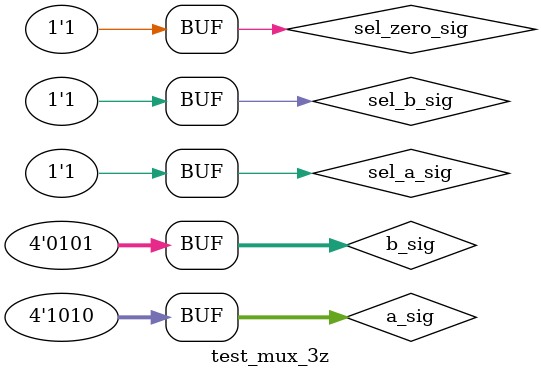
<source format=sv>

`timescale 100 ns/ 100 ns

module test_mux_3z;

// ----------------- INPUT -----------------
reg sel_a_sig;
reg sel_b_sig;
reg sel_zero_sig;
reg [3:0] a_sig;
reg [3:0] b_sig;

// ----------------- OUTPUT -----------------
wire [3:0] Q_sig;           // Output of a mux
wire ena_out_sig;           // Write enable to the latch

initial begin
    sel_a_sig = 0;
    sel_b_sig = 0;
    sel_zero_sig = 0;
    a_sig = 4'hA;
    b_sig = 4'h5;
    
    #1  sel_zero_sig = 0;
        sel_a_sig = 0;
        sel_b_sig = 0;

    #1  sel_zero_sig = 1;
        sel_a_sig = 0;
        sel_b_sig = 0;

    #1  sel_zero_sig = 0;
        sel_a_sig = 1;
        sel_b_sig = 0;

    #1  sel_zero_sig = 0;
        sel_a_sig = 0;
        sel_b_sig = 1;

    #1  sel_zero_sig = 1;
        sel_a_sig = 1;
        sel_b_sig = 1;

    #1 $display("End of test");
end

//--------------------------------------------------------------
// Instantiate a mux
//--------------------------------------------------------------
alu_mux_3z alu_mux_3z_inst
(
	.sel_zero(sel_zero_sig) ,	// input  sel_zero_sig
	.sel_a(sel_a_sig) ,	// input  sel_a_sig
	.b(b_sig) ,	// input [3:0] b_sig
	.sel_b(sel_b_sig) ,	// input  sel_b_sig
	.a(a_sig) ,	// input [3:0] a_sig
	.Q(Q_sig) ,	// output [3:0] Q_sig
	.ena(ena_out_sig) 	// output  ena_out_sig
);

endmodule

</source>
